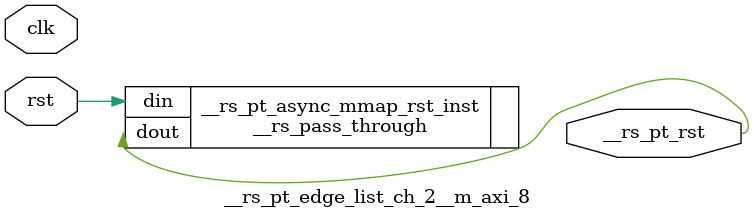
<source format=v>
`timescale 1 ns / 1 ps
/**   Generated by RapidStream   **/
module __rs_pt_edge_list_ch_2__m_axi_8 #(
    parameter BufferSize         = 32,
    parameter BufferSizeLog      = 5,
    parameter AddrWidth          = 64,
    parameter AxiSideAddrWidth   = 64,
    parameter DataWidth          = 512,
    parameter DataWidthBytesLog  = 6,
    parameter WaitTimeWidth      = 4,
    parameter BurstLenWidth      = 8,
    parameter EnableReadChannel  = 1,
    parameter EnableWriteChannel = 1,
    parameter MaxWaitTime        = 3,
    parameter MaxBurstLen        = 15
) (
    output wire __rs_pt_rst,
    input wire  clk,
    input wire  rst
);




__rs_pass_through #(
    .WIDTH (1)
) __rs_pt_async_mmap_rst_inst /**   Generated by RapidStream   **/ (
    .din  (rst),
    .dout (__rs_pt_rst)
);

endmodule  // __rs_pt_edge_list_ch_2__m_axi_8
</source>
